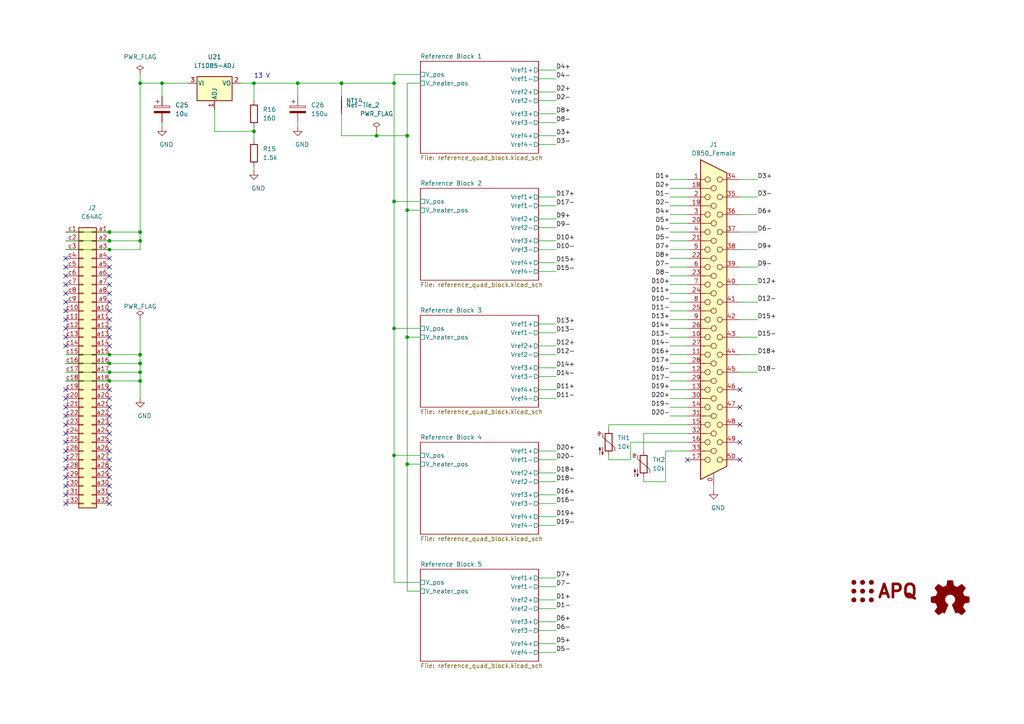
<source format=kicad_sch>
(kicad_sch (version 20231120) (generator "eeschema") (generator_version "8.0")
  (paper "A4")
  (title_block (title "LM399/ADR1399 Burnin Board") (date "2024-11-21") (rev "1.0.1") (company "TU Darmstadt, IAP, APQ") (comment 1 "Copyright (©) 2021, Patrick Baus <patrick.baus@physik.tu-darmstadt.de>") (comment 2 "Licensed under CERN OHL-W v2.0"))
  (lib_symbols
    (symbol "Connector:DIN41612_02x32_AC" (pin_names (offset 1.016) hide)
      (property "Reference" "J" (at 1.27 40.64 0))
      (property "Value" "DIN41612_02x32_AC" (at 1.27 -43.18 0))
      (symbol "DIN41612_02x32_AC_1_1"
        (rectangle (start -1.27 -40.513) (end 0 -40.767) (stroke (width 0.1524)))
        (rectangle (start -1.27 -37.973) (end 0 -38.227) (stroke (width 0.1524)))
        (rectangle (start -1.27 -35.433) (end 0 -35.687) (stroke (width 0.1524)))
        (rectangle (start -1.27 -32.893) (end 0 -33.147) (stroke (width 0.1524)))
        (rectangle (start -1.27 -30.353) (end 0 -30.607) (stroke (width 0.1524)))
        (rectangle (start -1.27 -27.813) (end 0 -28.067) (stroke (width 0.1524)))
        (rectangle (start -1.27 -25.273) (end 0 -25.527) (stroke (width 0.1524)))
        (rectangle (start -1.27 -22.733) (end 0 -22.987) (stroke (width 0.1524)))
        (rectangle (start -1.27 -20.193) (end 0 -20.447) (stroke (width 0.1524)))
        (rectangle (start -1.27 -17.653) (end 0 -17.907) (stroke (width 0.1524)))
        (rectangle (start -1.27 -15.113) (end 0 -15.367) (stroke (width 0.1524)))
        (rectangle (start -1.27 -12.573) (end 0 -12.827) (stroke (width 0.1524)))
        (rectangle (start -1.27 -10.033) (end 0 -10.287) (stroke (width 0.1524)))
        (rectangle (start -1.27 -7.493) (end 0 -7.747) (stroke (width 0.1524)))
        (rectangle (start -1.27 -4.953) (end 0 -5.207) (stroke (width 0.1524)))
        (rectangle (start -1.27 -2.413) (end 0 -2.667) (stroke (width 0.1524)))
        (rectangle (start -1.27 0.127) (end 0 -0.127) (stroke (width 0.1524)))
        (rectangle (start -1.27 2.667) (end 0 2.413) (stroke (width 0.1524)))
        (rectangle (start -1.27 5.207) (end 0 4.953) (stroke (width 0.1524)))
        (rectangle (start -1.27 7.747) (end 0 7.493) (stroke (width 0.1524)))
        (rectangle (start -1.27 10.287) (end 0 10.033) (stroke (width 0.1524)))
        (rectangle (start -1.27 12.827) (end 0 12.573) (stroke (width 0.1524)))
        (rectangle (start -1.27 15.367) (end 0 15.113) (stroke (width 0.1524)))
        (rectangle (start -1.27 17.907) (end 0 17.653) (stroke (width 0.1524)))
        (rectangle (start -1.27 20.447) (end 0 20.193) (stroke (width 0.1524)))
        (rectangle (start -1.27 22.987) (end 0 22.733) (stroke (width 0.1524)))
        (rectangle (start -1.27 25.527) (end 0 25.273) (stroke (width 0.1524)))
        (rectangle (start -1.27 28.067) (end 0 27.813) (stroke (width 0.1524)))
        (rectangle (start -1.27 30.607) (end 0 30.353) (stroke (width 0.1524)))
        (rectangle (start -1.27 33.147) (end 0 32.893) (stroke (width 0.1524)))
        (rectangle (start -1.27 35.687) (end 0 35.433) (stroke (width 0.1524)))
        (rectangle (start -1.27 38.227) (end 0 37.973) (stroke (width 0.1524)))
        (rectangle (start -1.27 39.37) (end 3.81 -41.91) (stroke (width 0.254)) (fill (type background)))
        (rectangle (start 3.81 -40.513) (end 2.54 -40.767) (stroke (width 0.1524)))
        (rectangle (start 3.81 -37.973) (end 2.54 -38.227) (stroke (width 0.1524)))
        (rectangle (start 3.81 -35.433) (end 2.54 -35.687) (stroke (width 0.1524)))
        (rectangle (start 3.81 -32.893) (end 2.54 -33.147) (stroke (width 0.1524)))
        (rectangle (start 3.81 -30.353) (end 2.54 -30.607) (stroke (width 0.1524)))
        (rectangle (start 3.81 -27.813) (end 2.54 -28.067) (stroke (width 0.1524)))
        (rectangle (start 3.81 -25.273) (end 2.54 -25.527) (stroke (width 0.1524)))
        (rectangle (start 3.81 -22.733) (end 2.54 -22.987) (stroke (width 0.1524)))
        (rectangle (start 3.81 -20.193) (end 2.54 -20.447) (stroke (width 0.1524)))
        (rectangle (start 3.81 -17.653) (end 2.54 -17.907) (stroke (width 0.1524)))
        (rectangle (start 3.81 -15.113) (end 2.54 -15.367) (stroke (width 0.1524)))
        (rectangle (start 3.81 -12.573) (end 2.54 -12.827) (stroke (width 0.1524)))
        (rectangle (start 3.81 -10.033) (end 2.54 -10.287) (stroke (width 0.1524)))
        (rectangle (start 3.81 -7.493) (end 2.54 -7.747) (stroke (width 0.1524)))
        (rectangle (start 3.81 -4.953) (end 2.54 -5.207) (stroke (width 0.1524)))
        (rectangle (start 3.81 -2.413) (end 2.54 -2.667) (stroke (width 0.1524)))
        (rectangle (start 3.81 0.127) (end 2.54 -0.127) (stroke (width 0.1524)))
        (rectangle (start 3.81 2.667) (end 2.54 2.413) (stroke (width 0.1524)))
        (rectangle (start 3.81 5.207) (end 2.54 4.953) (stroke (width 0.1524)))
        (rectangle (start 3.81 7.747) (end 2.54 7.493) (stroke (width 0.1524)))
        (rectangle (start 3.81 10.287) (end 2.54 10.033) (stroke (width 0.1524)))
        (rectangle (start 3.81 12.827) (end 2.54 12.573) (stroke (width 0.1524)))
        (rectangle (start 3.81 15.367) (end 2.54 15.113) (stroke (width 0.1524)))
        (rectangle (start 3.81 17.907) (end 2.54 17.653) (stroke (width 0.1524)))
        (rectangle (start 3.81 20.447) (end 2.54 20.193) (stroke (width 0.1524)))
        (rectangle (start 3.81 22.987) (end 2.54 22.733) (stroke (width 0.1524)))
        (rectangle (start 3.81 25.527) (end 2.54 25.273) (stroke (width 0.1524)))
        (rectangle (start 3.81 28.067) (end 2.54 27.813) (stroke (width 0.1524)))
        (rectangle (start 3.81 30.607) (end 2.54 30.353) (stroke (width 0.1524)))
        (rectangle (start 3.81 33.147) (end 2.54 32.893) (stroke (width 0.1524)))
        (rectangle (start 3.81 35.687) (end 2.54 35.433) (stroke (width 0.1524)))
        (rectangle (start 3.81 38.227) (end 2.54 37.973) (stroke (width 0.1524)))
        (pin passive line (at -5.08 38.1 0) (length 3.81) (name "Pin_a1") (number "a1"))
        (pin passive line (at -5.08 15.24 0) (length 3.81) (name "Pin_a10") (number "a10"))
        (pin passive line (at -5.08 12.7 0) (length 3.81) (name "Pin_a11") (number "a11"))
        (pin passive line (at -5.08 10.16 0) (length 3.81) (name "Pin_a12") (number "a12"))
        (pin passive line (at -5.08 7.62 0) (length 3.81) (name "Pin_a13") (number "a13"))
        (pin passive line (at -5.08 5.08 0) (length 3.81) (name "Pin_a14") (number "a14"))
        (pin passive line (at -5.08 2.54 0) (length 3.81) (name "Pin_a15") (number "a15"))
        (pin passive line (at -5.08 0 0) (length 3.81) (name "Pin_a16") (number "a16"))
        (pin passive line (at -5.08 -2.54 0) (length 3.81) (name "Pin_a17") (number "a17"))
        (pin passive line (at -5.08 -5.08 0) (length 3.81) (name "Pin_a18") (number "a18"))
        (pin passive line (at -5.08 -7.62 0) (length 3.81) (name "Pin_a19") (number "a19"))
        (pin passive line (at -5.08 35.56 0) (length 3.81) (name "Pin_a2") (number "a2"))
        (pin passive line (at -5.08 -10.16 0) (length 3.81) (name "Pin_a20") (number "a20"))
        (pin passive line (at -5.08 -12.7 0) (length 3.81) (name "Pin_a21") (number "a21"))
        (pin passive line (at -5.08 -15.24 0) (length 3.81) (name "Pin_a22") (number "a22"))
        (pin passive line (at -5.08 -17.78 0) (length 3.81) (name "Pin_a23") (number "a23"))
        (pin passive line (at -5.08 -20.32 0) (length 3.81) (name "Pin_a24") (number "a24"))
        (pin passive line (at -5.08 -22.86 0) (length 3.81) (name "Pin_a25") (number "a25"))
        (pin passive line (at -5.08 -25.4 0) (length 3.81) (name "Pin_a26") (number "a26"))
        (pin passive line (at -5.08 -27.94 0) (length 3.81) (name "Pin_a27") (number "a27"))
        (pin passive line (at -5.08 -30.48 0) (length 3.81) (name "Pin_a28") (number "a28"))
        (pin passive line (at -5.08 -33.02 0) (length 3.81) (name "Pin_a29") (number "a29"))
        (pin passive line (at -5.08 33.02 0) (length 3.81) (name "Pin_a3") (number "a3"))
        (pin passive line (at -5.08 -35.56 0) (length 3.81) (name "Pin_a30") (number "a30"))
        (pin passive line (at -5.08 -38.1 0) (length 3.81) (name "Pin_a31") (number "a31"))
        (pin passive line (at -5.08 -40.64 0) (length 3.81) (name "Pin_a32") (number "a32"))
        (pin passive line (at -5.08 30.48 0) (length 3.81) (name "Pin_a4") (number "a4"))
        (pin passive line (at -5.08 27.94 0) (length 3.81) (name "Pin_a5") (number "a5"))
        (pin passive line (at -5.08 25.4 0) (length 3.81) (name "Pin_a6") (number "a6"))
        (pin passive line (at -5.08 22.86 0) (length 3.81) (name "Pin_a7") (number "a7"))
        (pin passive line (at -5.08 20.32 0) (length 3.81) (name "Pin_a8") (number "a8"))
        (pin passive line (at -5.08 17.78 0) (length 3.81) (name "Pin_a9") (number "a9"))
        (pin passive line (at 7.62 38.1 180) (length 3.81) (name "Pin_c1") (number "c1"))
        (pin passive line (at 7.62 15.24 180) (length 3.81) (name "Pin_c10") (number "c10"))
        (pin passive line (at 7.62 12.7 180) (length 3.81) (name "Pin_c11") (number "c11"))
        (pin passive line (at 7.62 10.16 180) (length 3.81) (name "Pin_c12") (number "c12"))
        (pin passive line (at 7.62 7.62 180) (length 3.81) (name "Pin_c13") (number "c13"))
        (pin passive line (at 7.62 5.08 180) (length 3.81) (name "Pin_c14") (number "c14"))
        (pin passive line (at 7.62 2.54 180) (length 3.81) (name "Pin_c15") (number "c15"))
        (pin passive line (at 7.62 0 180) (length 3.81) (name "Pin_c16") (number "c16"))
        (pin passive line (at 7.62 -2.54 180) (length 3.81) (name "Pin_c17") (number "c17"))
        (pin passive line (at 7.62 -5.08 180) (length 3.81) (name "Pin_c18") (number "c18"))
        (pin passive line (at 7.62 -7.62 180) (length 3.81) (name "Pin_c19") (number "c19"))
        (pin passive line (at 7.62 35.56 180) (length 3.81) (name "Pin_c2") (number "c2"))
        (pin passive line (at 7.62 -10.16 180) (length 3.81) (name "Pin_c20") (number "c20"))
        (pin passive line (at 7.62 -12.7 180) (length 3.81) (name "Pin_c21") (number "c21"))
        (pin passive line (at 7.62 -15.24 180) (length 3.81) (name "Pin_c22") (number "c22"))
        (pin passive line (at 7.62 -17.78 180) (length 3.81) (name "Pin_c23") (number "c23"))
        (pin passive line (at 7.62 -20.32 180) (length 3.81) (name "Pin_c24") (number "c24"))
        (pin passive line (at 7.62 -22.86 180) (length 3.81) (name "Pin_c25") (number "c25"))
        (pin passive line (at 7.62 -25.4 180) (length 3.81) (name "Pin_c26") (number "c26"))
        (pin passive line (at 7.62 -27.94 180) (length 3.81) (name "Pin_c27") (number "c27"))
        (pin passive line (at 7.62 -30.48 180) (length 3.81) (name "Pin_c28") (number "c28"))
        (pin passive line (at 7.62 -33.02 180) (length 3.81) (name "Pin_c29") (number "c29"))
        (pin passive line (at 7.62 33.02 180) (length 3.81) (name "Pin_c3") (number "c3"))
        (pin passive line (at 7.62 -35.56 180) (length 3.81) (name "Pin_c30") (number "c30"))
        (pin passive line (at 7.62 -38.1 180) (length 3.81) (name "Pin_c31") (number "c31"))
        (pin passive line (at 7.62 -40.64 180) (length 3.81) (name "Pin_c32") (number "c32"))
        (pin passive line (at 7.62 30.48 180) (length 3.81) (name "Pin_c4") (number "c4"))
        (pin passive line (at 7.62 27.94 180) (length 3.81) (name "Pin_c5") (number "c5"))
        (pin passive line (at 7.62 25.4 180) (length 3.81) (name "Pin_c6") (number "c6"))
        (pin passive line (at 7.62 22.86 180) (length 3.81) (name "Pin_c7") (number "c7"))
        (pin passive line (at 7.62 20.32 180) (length 3.81) (name "Pin_c8") (number "c8"))
        (pin passive line (at 7.62 17.78 180) (length 3.81) (name "Pin_c9") (number "c9"))
      )
    )
    (symbol "Connector_Dsub:DB50_Receptacle_MountingHoles" (pin_names (offset 1.016) hide)
      (property "Reference" "J" (at 0 50.165 0))
      (property "Value" "DB50_Receptacle_MountingHoles" (at 0 47.625 0))
      (symbol "DB50_Receptacle_MountingHoles_0_1"
        (polyline (pts (xy -3.175 12.7) (xy -0.762 12.7)))
        (polyline (pts (xy -0.762 -2.54) (xy -3.175 -2.54)))
        (polyline (pts (xy -0.762 2.54) (xy -3.175 2.54)))
        (polyline (pts (xy -0.762 7.62) (xy -3.175 7.62)))
        (polyline (pts (xy -0.762 22.86) (xy -3.175 22.86)))
        (polyline (pts (xy -3.81 46.355) (xy -3.81 -46.355) (xy 3.81 -42.545) (xy 3.81 42.545) (xy -3.81 46.355)) (stroke (width 0.254)) (fill (type background)))
      )
      (symbol "DB50_Receptacle_MountingHoles_1_1"
        (circle (center -1.778 -40.64) (radius 0.762))
        (circle (center -1.778 -35.56) (radius 0.762))
        (circle (center -1.778 -30.48) (radius 0.762))
        (circle (center -1.778 -25.4) (radius 0.762))
        (circle (center -1.778 -20.32) (radius 0.762))
        (circle (center -1.778 -15.24) (radius 0.762))
        (circle (center -1.778 -10.16) (radius 0.762))
        (circle (center -1.778 -5.08) (radius 0.762))
        (circle (center -1.778 0) (radius 0.762))
        (circle (center -1.778 5.08) (radius 0.762))
        (circle (center -1.778 10.16) (radius 0.762))
        (circle (center -1.778 15.24) (radius 0.762))
        (circle (center -1.778 20.32) (radius 0.762))
        (circle (center -1.778 25.4) (radius 0.762))
        (circle (center -1.778 30.48) (radius 0.762))
        (circle (center -1.778 35.56) (radius 0.762))
        (circle (center -1.778 40.64) (radius 0.762))
        (circle (center 0 -38.1) (radius 0.762))
        (circle (center 0 -33.02) (radius 0.762))
        (circle (center 0 -27.94) (radius 0.762))
        (circle (center 0 -22.86) (radius 0.762))
        (circle (center 0 -17.78) (radius 0.762))
        (circle (center 0 -12.7) (radius 0.762))
        (circle (center 0 -7.62) (radius 0.762))
        (circle (center 0 -2.54) (radius 0.762))
        (polyline (pts (xy -3.175 17.78) (xy -0.762 17.78)))
        (polyline (pts (xy -0.762 -38.1) (xy -3.175 -38.1)))
        (polyline (pts (xy -0.762 -33.02) (xy -3.175 -33.02)))
        (polyline (pts (xy -0.762 -27.94) (xy -3.175 -27.94)))
        (polyline (pts (xy -0.762 -22.86) (xy -3.175 -22.86)))
        (polyline (pts (xy -0.762 -17.78) (xy -3.175 -17.78)))
        (polyline (pts (xy -0.762 -12.7) (xy -3.175 -12.7)))
        (polyline (pts (xy -0.762 -7.62) (xy -3.175 -7.62)))
        (polyline (pts (xy -0.762 27.94) (xy -3.175 27.94)))
        (polyline (pts (xy -0.762 33.02) (xy -3.175 33.02)))
        (polyline (pts (xy -0.762 38.1) (xy -3.175 38.1)))
        (circle (center 0 2.54) (radius 0.762))
        (circle (center 0 7.62) (radius 0.762))
        (circle (center 0 12.7) (radius 0.762))
        (circle (center 0 17.78) (radius 0.762))
        (circle (center 0 22.86) (radius 0.762))
        (circle (center 0 27.94) (radius 0.762))
        (circle (center 0 33.02) (radius 0.762))
        (circle (center 0 38.1) (radius 0.762))
        (circle (center 1.778 -40.64) (radius 0.762))
        (circle (center 1.778 -35.56) (radius 0.762))
        (circle (center 1.778 -30.48) (radius 0.762))
        (circle (center 1.778 -25.4) (radius 0.762))
        (circle (center 1.778 -20.32) (radius 0.762))
        (circle (center 1.778 -15.24) (radius 0.762))
        (circle (center 1.778 -10.16) (radius 0.762))
        (circle (center 1.778 -5.08) (radius 0.762))
        (circle (center 1.778 0) (radius 0.762))
        (circle (center 1.778 5.08) (radius 0.762))
        (circle (center 1.778 10.16) (radius 0.762))
        (circle (center 1.778 15.24) (radius 0.762))
        (circle (center 1.778 20.32) (radius 0.762))
        (circle (center 1.778 25.4) (radius 0.762))
        (circle (center 1.778 30.48) (radius 0.762))
        (circle (center 1.778 35.56) (radius 0.762))
        (circle (center 1.778 40.64) (radius 0.762))
        (pin passive line (at 0 -48.26 90) (length 3.81) (name "PAD") (number "0"))
        (pin passive line (at -7.62 40.64 0) (length 5.08) (name "~") (number "1"))
        (pin passive line (at -7.62 -5.08 0) (length 5.08) (name "~") (number "10"))
        (pin passive line (at -7.62 -10.16 0) (length 5.08) (name "~") (number "11"))
        (pin passive line (at -7.62 -15.24 0) (length 5.08) (name "~") (number "12"))
        (pin passive line (at -7.62 -20.32 0) (length 5.08) (name "~") (number "13"))
        (pin passive line (at -7.62 -25.4 0) (length 5.08) (name "~") (number "14"))
        (pin passive line (at -7.62 -30.48 0) (length 5.08) (name "~") (number "15"))
        (pin passive line (at -7.62 -35.56 0) (length 5.08) (name "~") (number "16"))
        (pin passive line (at -7.62 -40.64 0) (length 5.08) (name "~") (number "17"))
        (pin passive line (at -7.62 38.1 0) (length 5.08) (name "~") (number "18"))
        (pin passive line (at -7.62 33.02 0) (length 5.08) (name "~") (number "19"))
        (pin passive line (at -7.62 35.56 0) (length 5.08) (name "~") (number "2"))
        (pin passive line (at -7.62 27.94 0) (length 5.08) (name "~") (number "20"))
        (pin passive line (at -7.62 22.86 0) (length 5.08) (name "~") (number "21"))
        (pin passive line (at -7.62 17.78 0) (length 5.08) (name "~") (number "22"))
        (pin passive line (at -7.62 12.7 0) (length 5.08) (name "~") (number "23"))
        (pin passive line (at -7.62 7.62 0) (length 5.08) (name "~") (number "24"))
        (pin passive line (at -7.62 2.54 0) (length 5.08) (name "~") (number "25"))
        (pin passive line (at -7.62 -2.54 0) (length 5.08) (name "~") (number "26"))
        (pin passive line (at -7.62 -7.62 0) (length 5.08) (name "~") (number "27"))
        (pin passive line (at -7.62 -12.7 0) (length 5.08) (name "~") (number "28"))
        (pin passive line (at -7.62 -17.78 0) (length 5.08) (name "~") (number "29"))
        (pin passive line (at -7.62 30.48 0) (length 5.08) (name "~") (number "3"))
        (pin passive line (at -7.62 -22.86 0) (length 5.08) (name "~") (number "30"))
        (pin passive line (at -7.62 -27.94 0) (length 5.08) (name "~") (number "31"))
        (pin passive line (at -7.62 -33.02 0) (length 5.08) (name "~") (number "32"))
        (pin passive line (at -7.62 -38.1 0) (length 5.08) (name "~") (number "33"))
        (pin passive line (at 7.62 40.64 180) (length 5.08) (name "~") (number "34"))
        (pin passive line (at 7.62 35.56 180) (length 5.08) (name "~") (number "35"))
        (pin passive line (at 7.62 30.48 180) (length 5.08) (name "~") (number "36"))
        (pin passive line (at 7.62 25.4 180) (length 5.08) (name "~") (number "37"))
        (pin passive line (at 7.62 20.32 180) (length 5.08) (name "~") (number "38"))
        (pin passive line (at 7.62 15.24 180) (length 5.08) (name "~") (number "39"))
        (pin passive line (at -7.62 25.4 0) (length 5.08) (name "~") (number "4"))
        (pin passive line (at 7.62 10.16 180) (length 5.08) (name "~") (number "40"))
        (pin passive line (at 7.62 5.08 180) (length 5.08) (name "~") (number "41"))
        (pin passive line (at 7.62 0 180) (length 5.08) (name "~") (number "42"))
        (pin passive line (at 7.62 -5.08 180) (length 5.08) (name "~") (number "43"))
        (pin passive line (at 7.62 -10.16 180) (length 5.08) (name "~") (number "44"))
        (pin passive line (at 7.62 -15.24 180) (length 5.08) (name "~") (number "45"))
        (pin passive line (at 7.62 -20.32 180) (length 5.08) (name "~") (number "46"))
        (pin passive line (at 7.62 -25.4 180) (length 5.08) (name "~") (number "47"))
        (pin passive line (at 7.62 -30.48 180) (length 5.08) (name "~") (number "48"))
        (pin passive line (at 7.62 -35.56 180) (length 5.08) (name "~") (number "49"))
        (pin passive line (at -7.62 20.32 0) (length 5.08) (name "~") (number "5"))
        (pin passive line (at 7.62 -40.64 180) (length 5.08) (name "~") (number "50"))
        (pin passive line (at -7.62 15.24 0) (length 5.08) (name "~") (number "6"))
        (pin passive line (at -7.62 10.16 0) (length 5.08) (name "~") (number "7"))
        (pin passive line (at -7.62 5.08 0) (length 5.08) (name "~") (number "8"))
        (pin passive line (at -7.62 0 0) (length 5.08) (name "~") (number "9"))
      )
    )
    (symbol "Custom_logos:Logo_APQ" (pin_names (offset 1.016)) (in_bom no)
      (symbol "Logo_APQ_0_0"
        (text "APQ" (at 3.81 0 0) (effects (font (size 3.81 3.81) (bold yes))))
      )
      (symbol "Logo_APQ_0_1"
        (circle (center -8.89 0) (radius 0.635) (fill (type outline)))
        (circle (center -8.89 2.54) (radius 0.635) (fill (type outline)))
        (circle (center -6.35 0) (radius 0.635) (fill (type outline)))
        (circle (center -6.35 2.54) (radius 0.635) (fill (type outline)))
        (circle (center -3.81 2.54) (radius 0.635) (fill (type outline)))
      )
      (symbol "Logo_APQ_1_1"
        (circle (center -8.89 -2.54) (radius 0.635) (fill (type outline)))
        (circle (center -6.35 -2.54) (radius 0.635) (fill (type outline)))
        (circle (center -3.81 -2.54) (radius 0.635) (fill (type outline)))
        (circle (center -3.81 0) (radius 0.635) (fill (type outline)))
      )
    )
    (symbol "Device:C_Polarized" (pin_numbers hide) (pin_names (offset 0.254))
      (property "Reference" "C" (at 0.635 2.54 0))
      (property "Value" "C_Polarized" (at 0.635 -2.54 0))
      (symbol "C_Polarized_0_1"
        (rectangle (start -2.286 0.508) (end 2.286 1.016))
        (polyline (pts (xy -1.778 2.286) (xy -0.762 2.286)))
        (polyline (pts (xy -1.27 2.794) (xy -1.27 1.778)))
        (rectangle (start 2.286 -0.508) (end -2.286 -1.016) (fill (type outline)))
      )
      (symbol "C_Polarized_1_1"
        (pin passive line (at 0 3.81 270) (length 2.794) (name "~") (number "1"))
        (pin passive line (at 0 -3.81 90) (length 2.794) (name "~") (number "2"))
      )
    )
    (symbol "Device:NetTie_2" (pin_numbers hide) (pin_names (offset 0) hide) (in_bom no)
      (property "Reference" "NT" (at 0 1.27 0))
      (property "Value" "NetTie_2" (at 0 -1.27 0))
      (symbol "NetTie_2_0_1"
        (polyline (pts (xy -1.27 0) (xy 1.27 0)) (stroke (width 0.254)))
      )
      (symbol "NetTie_2_1_1"
        (pin passive line (at -2.54 0 0) (length 2.54) (name "1") (number "1"))
        (pin passive line (at 2.54 0 180) (length 2.54) (name "2") (number "2"))
      )
    )
    (symbol "Device:R" (pin_numbers hide) (pin_names (offset 0))
      (property "Reference" "R" (at 2.032 0 90))
      (property "Value" "R" (at 0 0 90))
      (symbol "R_0_1"
        (rectangle (start -1.016 -2.54) (end 1.016 2.54) (stroke (width 0.254)))
      )
      (symbol "R_1_1"
        (pin passive line (at 0 3.81 270) (length 1.27) (name "~") (number "1"))
        (pin passive line (at 0 -3.81 90) (length 1.27) (name "~") (number "2"))
      )
    )
    (symbol "Device:Thermistor_NTC" (pin_numbers hide) (pin_names (offset 0))
      (property "Reference" "TH" (at -4.445 0 90))
      (property "Value" "Thermistor_NTC" (at 3.175 0 90))
      (symbol "Thermistor_NTC_0_1"
        (arc (start -3.048 2.159) (mid -3.0495 2.3143) (end -3.175 2.413))
        (arc (start -3.048 2.159) (mid -2.9736 1.9794) (end -2.794 1.905))
        (arc (start -3.048 2.794) (mid -2.9736 2.6144) (end -2.794 2.54))
        (arc (start -2.794 1.905) (mid -2.6144 1.9794) (end -2.54 2.159))
        (arc (start -2.794 2.54) (mid -2.4393 2.5587) (end -2.159 2.794))
        (arc (start -2.794 3.048) (mid -2.9736 2.9736) (end -3.048 2.794))
        (arc (start -2.54 2.794) (mid -2.6144 2.9736) (end -2.794 3.048))
        (rectangle (start -1.016 2.54) (end 1.016 -2.54) (stroke (width 0.254)))
        (polyline (pts (xy -2.54 2.159) (xy -2.54 2.794)))
        (polyline (pts (xy -1.778 2.54) (xy -1.778 1.524) (xy 1.778 -1.524) (xy 1.778 -2.54)))
        (polyline (pts (xy -2.54 -3.683) (xy -2.54 -1.397) (xy -2.794 -2.159) (xy -2.286 -2.159) (xy -2.54 -1.397) (xy -2.54 -1.651)) (fill (type outline)))
        (polyline (pts (xy -1.778 -1.397) (xy -1.778 -3.683) (xy -2.032 -2.921) (xy -1.524 -2.921) (xy -1.778 -3.683) (xy -1.778 -3.429)) (fill (type outline)))
      )
      (symbol "Thermistor_NTC_1_1"
        (pin passive line (at 0 3.81 270) (length 1.27) (name "~") (number "1"))
        (pin passive line (at 0 -3.81 90) (length 1.27) (name "~") (number "2"))
      )
    )
    (symbol "Graphic:Logo_Open_Hardware_Small" (in_bom no) (on_board no)
      (symbol "Logo_Open_Hardware_Small_0_1"
        (polyline (pts (xy 3.3528 -4.3434) (xy 3.302 -4.318) (xy 3.175 -4.2418) (xy 2.9972 -4.1148) (xy 2.7686 -3.9624) (xy 2.54 -3.81) (xy 2.3622 -3.7084) (xy 2.2352 -3.6068) (xy 2.1844 -3.5814) (xy 2.159 -3.6068) (xy 2.0574 -3.6576) (xy 1.905 -3.7338) (xy 1.8034 -3.7846) (xy 1.6764 -3.8354) (xy 1.6002 -3.8354) (xy 1.6002 -3.8354) (xy 1.5494 -3.7338) (xy 1.4732 -3.5306) (xy 1.3462 -3.302) (xy 1.2446 -3.0226) (xy 1.1176 -2.7178) (xy 0.9652 -2.413) (xy 0.8636 -2.1082) (xy 0.7366 -1.8288) (xy 0.6604 -1.6256) (xy 0.6096 -1.4732) (xy 0.5842 -1.397) (xy 0.5842 -1.397) (xy 0.6604 -1.3208) (xy 0.7874 -1.2446) (xy 1.0414 -1.016) (xy 1.2954 -0.6858) (xy 1.4478 -0.3302) (xy 1.524 0.0762) (xy 1.4732 0.4572) (xy 1.3208 0.8128) (xy 1.0668 1.143) (xy 0.762 1.3716) (xy 0.4064 1.524) (xy 0 1.5748) (xy -0.381 1.5494) (xy -0.7366 1.397) (xy -1.0668 1.143) (xy -1.2192 0.9906) (xy -1.397 0.6604) (xy -1.524 0.3048) (xy -1.524 0.2286) (xy -1.4986 -0.1778) (xy -1.397 -0.5334) (xy -1.1938 -0.8636) (xy -0.9144 -1.143) (xy -0.8636 -1.1684) (xy -0.7366 -1.27) (xy -0.635 -1.3462) (xy -0.5842 -1.397) (xy -1.0668 -2.5908) (xy -1.143 -2.794) (xy -1.2954 -3.1242) (xy -1.397 -3.4036) (xy -1.4986 -3.6322) (xy -1.5748 -3.7846) (xy -1.6002 -3.8354) (xy -1.6002 -3.8354) (xy -1.651 -3.8354) (xy -1.7272 -3.81) (xy -1.905 -3.7338) (xy -2.0066 -3.683) (xy -2.1336 -3.6068) (xy -2.2098 -3.5814) (xy -2.2606 -3.6068) (xy -2.3622 -3.683) (xy -2.54 -3.81) (xy -2.7686 -3.9624) (xy -2.9718 -4.0894) (xy -3.1496 -4.2164) (xy -3.302 -4.318) (xy -3.3528 -4.3434) (xy -3.3782 -4.3434) (xy -3.429 -4.318) (xy -3.5306 -4.2164) (xy -3.7084 -4.064) (xy -3.937 -3.8354) (xy -3.9624 -3.81) (xy -4.1656 -3.6068) (xy -4.318 -3.4544) (xy -4.4196 -3.3274) (xy -4.445 -3.2766) (xy -4.445 -3.2766) (xy -4.4196 -3.2258) (xy -4.318 -3.0734) (xy -4.2164 -2.8956) (xy -4.064 -2.667) (xy -3.6576 -2.0828) (xy -3.8862 -1.5494) (xy -3.937 -1.3716) (xy -4.0386 -1.1684) (xy -4.0894 -1.0414) (xy -4.1148 -0.9652) (xy -4.191 -0.9398) (xy -4.318 -0.9144) (xy -4.5466 -0.8636) (xy -4.8006 -0.8128) (xy -5.0546 -0.7874) (xy -5.2578 -0.7366) (xy -5.4356 -0.7112) (xy -5.5118 -0.6858) (xy -5.5118 -0.6858) (xy -5.5372 -0.635) (xy -5.5372 -0.5588) (xy -5.5372 -0.4318) (xy -5.5626 -0.2286) (xy -5.5626 0.0762) (xy -5.5626 0.127) (xy -5.5372 0.4064) (xy -5.5372 0.635) (xy -5.5372 0.762) (xy -5.5372 0.8382) (xy -5.5372 0.8382) (xy -5.461 0.8382) (xy -5.3086 0.889) (xy -5.08 0.9144) (xy -4.826 0.9652) (xy -4.8006 0.9906) (xy -4.5466 1.0414) (xy -4.318 1.0668) (xy -4.1656 1.1176) (xy -4.0894 1.143) (xy -4.0894 1.143) (xy -4.0386 1.2446) (xy -3.9624 1.4224) (xy -3.8608 1.6256) (xy -3.7846 1.8288) (xy -3.7084 2.0066) (xy -3.6576 2.159) (xy -3.6322 2.2098) (xy -3.6322 2.2098) (xy -3.683 2.286) (xy -3.7592 2.413) (xy -3.8862 2.5908) (xy -4.064 2.8194) (xy -4.064 2.8448) (xy -4.2164 3.0734) (xy -4.3434 3.2512) (xy -4.4196 3.3782) (xy -4.445 3.4544) (xy -4.445 3.4544) (xy -4.3942 3.5052) (xy -4.2926 3.6322) (xy -4.1148 3.81) (xy -3.937 4.0132) (xy -3.8608 4.064) (xy -3.6576 4.2926) (xy -3.5052 4.4196) (xy -3.4036 4.4958) (xy -3.3528 4.5212) (xy -3.3528 4.5212) (xy -3.302 4.4704) (xy -3.1496 4.3688) (xy -2.9718 4.2418) (xy -2.7432 4.0894) (xy -2.7178 4.0894) (xy -2.4892 3.937) (xy -2.3114 3.81) (xy -2.1844 3.7084) (xy -2.1336 3.683) (xy -2.1082 3.683) (xy -2.032 3.7084) (xy -1.8542 3.7592) (xy -1.6764 3.8354) (xy -1.4732 3.937) (xy -1.27 4.0132) (xy -1.143 4.064) (xy -1.0668 4.1148) (xy -1.0668 4.1148) (xy -1.0414 4.191) (xy -1.016 4.3434) (xy -0.9652 4.572) (xy -0.9144 4.8514) (xy -0.889 4.9022) (xy -0.8382 5.1562) (xy -0.8128 5.3848) (xy -0.7874 5.5372) (xy -0.762 5.588) (xy -0.7112 5.6134) (xy -0.5842 5.6134) (xy -0.4064 5.6134) (xy -0.1524 5.6134) (xy 0.0762 5.6134) (xy 0.3302 5.6134) (xy 0.5334 5.6134) (xy 0.6858 5.588) (xy 0.7366 5.588) (xy 0.7366 5.588) (xy 0.762 5.5118) (xy 0.8128 5.334) (xy 0.8382 5.1054) (xy 0.9144 4.826) (xy 0.9144 4.7752) (xy 0.9652 4.5212) (xy 1.016 4.2926) (xy 1.0414 4.1402) (xy 1.0668 4.0894) (xy 1.0668 4.0894) (xy 1.1938 4.0386) (xy 1.3716 3.9624) (xy 1.5748 3.8608) (xy 2.0828 3.6576) (xy 2.7178 4.0894) (xy 2.7686 4.1402) (xy 2.9972 4.2926) (xy 3.175 4.4196) (xy 3.302 4.4958) (xy 3.3782 4.5212) (xy 3.3782 4.5212) (xy 3.429 4.4704) (xy 3.556 4.3434) (xy 3.7338 4.191) (xy 3.9116 3.9878) (xy 4.064 3.8354) (xy 4.2418 3.6576) (xy 4.3434 3.556) (xy 4.4196 3.4798) (xy 4.4196 3.429) (xy 4.4196 3.4036) (xy 4.3942 3.3274) (xy 4.2926 3.2004) (xy 4.1656 2.9972) (xy 4.0132 2.794) (xy 3.8862 2.5908) (xy 3.7592 2.3876) (xy 3.6576 2.2352) (xy 3.6322 2.159) (xy 3.6322 2.1336) (xy 3.683 2.0066) (xy 3.7592 1.8288) (xy 3.8608 1.6002) (xy 4.064 1.1176) (xy 4.3942 1.0414) (xy 4.5974 1.016) (xy 4.8768 0.9652) (xy 5.1308 0.9144) (xy 5.5372 0.8382) (xy 5.5626 -0.6604) (xy 5.4864 -0.6858) (xy 5.4356 -0.6858) (xy 5.2832 -0.7366) (xy 5.0546 -0.762) (xy 4.8006 -0.8128) (xy 4.5974 -0.8636) (xy 4.3688 -0.9144) (xy 4.2164 -0.9398) (xy 4.1402 -0.9398) (xy 4.1148 -0.9652) (xy 4.064 -1.0668) (xy 3.9878 -1.2446) (xy 3.9116 -1.4478) (xy 3.81 -1.651) (xy 3.7338 -1.8542) (xy 3.683 -2.0066) (xy 3.6576 -2.0828) (xy 3.683 -2.1336) (xy 3.7846 -2.2606) (xy 3.8862 -2.4638) (xy 4.0386 -2.667) (xy 4.191 -2.8956) (xy 4.318 -3.0734) (xy 4.3942 -3.2004) (xy 4.445 -3.2766) (xy 4.4196 -3.3274) (xy 4.3434 -3.429) (xy 4.1656 -3.5814) (xy 3.937 -3.8354) (xy 3.8862 -3.8608) (xy 3.683 -4.064) (xy 3.5306 -4.2164) (xy 3.4036 -4.318) (xy 3.3528 -4.3434)) (fill (type outline)))
      )
    )
    (symbol "Regulator_Linear:LT1085-ADJ" (pin_names (offset 0.254))
      (property "Reference" "U" (at -3.81 3.175 0))
      (property "Value" "LT1085-ADJ" (at 0 3.175 0))
      (symbol "LT1085-ADJ_0_1"
        (rectangle (start -5.08 1.905) (end 5.08 -5.08) (stroke (width 0.254)) (fill (type background)))
      )
      (symbol "LT1085-ADJ_1_1"
        (pin input line (at 0 -7.62 90) (length 2.54) (name "ADJ") (number "1"))
        (pin power_out line (at 7.62 0 180) (length 2.54) (name "VO") (number "2"))
        (pin power_in line (at -7.62 0 0) (length 2.54) (name "VI") (number "3"))
      )
    )
    (symbol "power:GND" (power) (pin_numbers hide) (pin_names (offset 0) hide)
      (property "Value" "GND" (at 0 -3.81 0))
      (symbol "GND_0_1"
        (polyline (pts (xy 0 0) (xy 0 -1.27) (xy 1.27 -1.27) (xy 0 -2.54) (xy -1.27 -1.27) (xy 0 -1.27)))
      )
      (symbol "GND_1_1"
        (pin power_in line (at 0 0 270) (length 0) (name "~") (number "1"))
      )
    )
    (symbol "power:PWR_FLAG" (power) (pin_numbers hide) (pin_names (offset 0) hide)
      (property "Value" "PWR_FLAG" (at 0 3.81 0))
      (symbol "PWR_FLAG_0_0"
        (pin power_out line (at 0 0 90) (length 0) (name "~") (number "1"))
      )
      (symbol "PWR_FLAG_0_1"
        (polyline (pts (xy 0 0) (xy 0 1.27) (xy -1.016 1.905) (xy 0 2.54) (xy 1.016 1.905) (xy 0 1.27)))
      )
    )
  )
  (junction (at 40.64 110.49))
  (junction (at 40.64 69.85))
  (junction (at 118.11 39.37))
  (junction (at 31.75 105.41))
  (junction (at 31.75 110.49))
  (junction (at 31.75 69.85))
  (junction (at 114.3 95.25))
  (junction (at 73.66 38.1))
  (junction (at 46.99 24.13))
  (junction (at 31.75 67.31))
  (junction (at 31.75 72.39))
  (junction (at 114.3 132.08))
  (junction (at 114.3 58.42))
  (junction (at 109.22 39.37))
  (junction (at 114.3 24.13))
  (junction (at 118.11 134.62))
  (junction (at 40.64 67.31))
  (junction (at 118.11 60.96))
  (junction (at 99.06 24.13))
  (junction (at 31.75 102.87))
  (junction (at 40.64 105.41))
  (junction (at 118.11 97.79))
  (junction (at 31.75 107.95))
  (junction (at 73.66 24.13))
  (junction (at 40.64 107.95))
  (junction (at 40.64 102.87))
  (junction (at 86.36 24.13))
  (junction (at 40.64 24.13))
  (no_connect (at 19.05 82.55))
  (no_connect (at 19.05 90.17))
  (no_connect (at 19.05 133.35))
  (no_connect (at 19.05 130.81))
  (no_connect (at 31.75 92.71))
  (no_connect (at 19.05 123.19))
  (no_connect (at 31.75 133.35))
  (no_connect (at 31.75 82.55))
  (no_connect (at 31.75 140.97))
  (no_connect (at 31.75 115.57))
  (no_connect (at 19.05 77.47))
  (no_connect (at 31.75 97.79))
  (no_connect (at 31.75 80.01))
  (no_connect (at 19.05 118.11))
  (no_connect (at 19.05 113.03))
  (no_connect (at 31.75 143.51))
  (no_connect (at 31.75 128.27))
  (no_connect (at 31.75 130.81))
  (no_connect (at 31.75 120.65))
  (no_connect (at 31.75 146.05))
  (no_connect (at 19.05 95.25))
  (no_connect (at 19.05 100.33))
  (no_connect (at 31.75 77.47))
  (no_connect (at 19.05 74.93))
  (no_connect (at 214.63 123.19))
  (no_connect (at 199.39 133.35))
  (no_connect (at 19.05 115.57))
  (no_connect (at 31.75 135.89))
  (no_connect (at 19.05 138.43))
  (no_connect (at 19.05 80.01))
  (no_connect (at 19.05 120.65))
  (no_connect (at 31.75 123.19))
  (no_connect (at 31.75 113.03))
  (no_connect (at 19.05 125.73))
  (no_connect (at 214.63 113.03))
  (no_connect (at 19.05 140.97))
  (no_connect (at 19.05 97.79))
  (no_connect (at 214.63 133.35))
  (no_connect (at 19.05 92.71))
  (no_connect (at 214.63 128.27))
  (no_connect (at 19.05 135.89))
  (no_connect (at 31.75 74.93))
  (no_connect (at 31.75 138.43))
  (no_connect (at 19.05 128.27))
  (no_connect (at 214.63 118.11))
  (no_connect (at 19.05 85.09))
  (no_connect (at 19.05 87.63))
  (no_connect (at 31.75 90.17))
  (no_connect (at 31.75 118.11))
  (no_connect (at 19.05 143.51))
  (no_connect (at 31.75 85.09))
  (no_connect (at 19.05 146.05))
  (no_connect (at 31.75 95.25))
  (no_connect (at 31.75 125.73))
  (no_connect (at 31.75 87.63))
  (no_connect (at 31.75 100.33))
  (wire (pts (xy 118.11 134.62) (xy 118.11 171.45)))
  (wire (pts (xy 156.21 96.52) (xy 161.29 96.52)))
  (wire (pts (xy 199.39 87.63) (xy 194.31 87.63)))
  (wire (pts (xy 40.64 24.13) (xy 40.64 67.31)))
  (wire (pts (xy 186.69 139.7) (xy 193.04 139.7)))
  (wire (pts (xy 118.11 97.79) (xy 118.11 134.62)))
  (wire (pts (xy 199.39 107.95) (xy 194.31 107.95)))
  (wire (pts (xy 156.21 149.86) (xy 161.29 149.86)))
  (wire (pts (xy 156.21 33.02) (xy 161.29 33.02)))
  (wire (pts (xy 199.39 77.47) (xy 194.31 77.47)))
  (wire (pts (xy 19.05 107.95) (xy 31.75 107.95)))
  (wire (pts (xy 156.21 182.88) (xy 161.29 182.88)))
  (wire (pts (xy 19.05 69.85) (xy 31.75 69.85)))
  (wire (pts (xy 199.39 100.33) (xy 194.31 100.33)))
  (wire (pts (xy 214.63 72.39) (xy 219.71 72.39)))
  (wire (pts (xy 19.05 102.87) (xy 31.75 102.87)))
  (wire (pts (xy 156.21 180.34) (xy 161.29 180.34)))
  (wire (pts (xy 186.69 125.73) (xy 186.69 130.81)))
  (wire (pts (xy 118.11 134.62) (xy 121.92 134.62)))
  (wire (pts (xy 114.3 58.42) (xy 114.3 95.25)))
  (wire (pts (xy 114.3 132.08) (xy 114.3 168.91)))
  (wire (pts (xy 40.64 107.95) (xy 40.64 110.49)))
  (wire (pts (xy 109.22 38.1) (xy 109.22 39.37)))
  (wire (pts (xy 156.21 139.7) (xy 161.29 139.7)))
  (wire (pts (xy 31.75 72.39) (xy 40.64 72.39)))
  (wire (pts (xy 199.39 69.85) (xy 194.31 69.85)))
  (wire (pts (xy 99.06 39.37) (xy 109.22 39.37)))
  (wire (pts (xy 156.21 35.56) (xy 161.29 35.56)))
  (wire (pts (xy 118.11 97.79) (xy 121.92 97.79)))
  (wire (pts (xy 199.39 92.71) (xy 194.31 92.71)))
  (wire (pts (xy 156.21 102.87) (xy 161.29 102.87)))
  (wire (pts (xy 207.01 140.97) (xy 207.01 142.24)))
  (wire (pts (xy 214.63 57.15) (xy 219.71 57.15)))
  (wire (pts (xy 199.39 67.31) (xy 194.31 67.31)))
  (wire (pts (xy 156.21 78.74) (xy 161.29 78.74)))
  (wire (pts (xy 199.39 90.17) (xy 194.31 90.17)))
  (wire (pts (xy 214.63 77.47) (xy 219.71 77.47)))
  (wire (pts (xy 86.36 24.13) (xy 99.06 24.13)))
  (wire (pts (xy 114.3 95.25) (xy 114.3 132.08)))
  (wire (pts (xy 199.39 102.87) (xy 194.31 102.87)))
  (wire (pts (xy 73.66 24.13) (xy 73.66 29.21)))
  (wire (pts (xy 118.11 60.96) (xy 118.11 97.79)))
  (wire (pts (xy 199.39 113.03) (xy 194.31 113.03)))
  (wire (pts (xy 199.39 115.57) (xy 194.31 115.57)))
  (wire (pts (xy 46.99 24.13) (xy 54.61 24.13)))
  (wire (pts (xy 214.63 107.95) (xy 219.71 107.95)))
  (wire (pts (xy 156.21 29.21) (xy 161.29 29.21)))
  (wire (pts (xy 46.99 27.94) (xy 46.99 24.13)))
  (wire (pts (xy 156.21 39.37) (xy 161.29 39.37)))
  (wire (pts (xy 176.53 132.08) (xy 176.53 133.35)))
  (wire (pts (xy 114.3 168.91) (xy 121.92 168.91)))
  (wire (pts (xy 182.88 128.27) (xy 199.39 128.27)))
  (wire (pts (xy 99.06 24.13) (xy 114.3 24.13)))
  (wire (pts (xy 62.23 38.1) (xy 73.66 38.1)))
  (wire (pts (xy 156.21 173.99) (xy 161.29 173.99)))
  (wire (pts (xy 73.66 38.1) (xy 73.66 40.64)))
  (wire (pts (xy 118.11 171.45) (xy 121.92 171.45)))
  (wire (pts (xy 40.64 24.13) (xy 46.99 24.13)))
  (wire (pts (xy 156.21 22.86) (xy 161.29 22.86)))
  (wire (pts (xy 156.21 115.57) (xy 161.29 115.57)))
  (wire (pts (xy 31.75 102.87) (xy 40.64 102.87)))
  (wire (pts (xy 121.92 24.13) (xy 118.11 24.13)))
  (wire (pts (xy 118.11 39.37) (xy 118.11 60.96)))
  (wire (pts (xy 99.06 24.13) (xy 99.06 27.94)))
  (wire (pts (xy 156.21 26.67) (xy 161.29 26.67)))
  (wire (pts (xy 40.64 102.87) (xy 40.64 105.41)))
  (wire (pts (xy 156.21 137.16) (xy 161.29 137.16)))
  (wire (pts (xy 114.3 95.25) (xy 121.92 95.25)))
  (wire (pts (xy 214.63 67.31) (xy 219.71 67.31)))
  (wire (pts (xy 199.39 85.09) (xy 194.31 85.09)))
  (wire (pts (xy 156.21 109.22) (xy 161.29 109.22)))
  (wire (pts (xy 199.39 74.93) (xy 194.31 74.93)))
  (wire (pts (xy 199.39 95.25) (xy 194.31 95.25)))
  (wire (pts (xy 214.63 92.71) (xy 219.71 92.71)))
  (wire (pts (xy 40.64 110.49) (xy 40.64 115.57)))
  (wire (pts (xy 182.88 133.35) (xy 182.88 128.27)))
  (wire (pts (xy 156.21 113.03) (xy 161.29 113.03)))
  (wire (pts (xy 40.64 67.31) (xy 40.64 69.85)))
  (wire (pts (xy 40.64 69.85) (xy 40.64 72.39)))
  (wire (pts (xy 73.66 49.53) (xy 73.66 48.26)))
  (wire (pts (xy 114.3 24.13) (xy 114.3 58.42)))
  (wire (pts (xy 19.05 72.39) (xy 31.75 72.39)))
  (wire (pts (xy 31.75 69.85) (xy 40.64 69.85)))
  (wire (pts (xy 69.85 24.13) (xy 73.66 24.13)))
  (wire (pts (xy 156.21 76.2) (xy 161.29 76.2)))
  (wire (pts (xy 86.36 35.56) (xy 86.36 36.83)))
  (wire (pts (xy 199.39 54.61) (xy 194.31 54.61)))
  (wire (pts (xy 31.75 67.31) (xy 40.64 67.31)))
  (wire (pts (xy 199.39 52.07) (xy 194.31 52.07)))
  (wire (pts (xy 99.06 33.02) (xy 99.06 39.37)))
  (wire (pts (xy 156.21 57.15) (xy 161.29 57.15)))
  (wire (pts (xy 214.63 97.79) (xy 219.71 97.79)))
  (wire (pts (xy 193.04 130.81) (xy 199.39 130.81)))
  (wire (pts (xy 214.63 102.87) (xy 219.71 102.87)))
  (wire (pts (xy 156.21 93.98) (xy 161.29 93.98)))
  (wire (pts (xy 176.53 123.19) (xy 199.39 123.19)))
  (wire (pts (xy 121.92 21.59) (xy 114.3 21.59)))
  (wire (pts (xy 156.21 186.69) (xy 161.29 186.69)))
  (wire (pts (xy 199.39 80.01) (xy 194.31 80.01)))
  (wire (pts (xy 156.21 41.91) (xy 161.29 41.91)))
  (wire (pts (xy 156.21 143.51) (xy 161.29 143.51)))
  (wire (pts (xy 114.3 58.42) (xy 121.92 58.42)))
  (wire (pts (xy 156.21 20.32) (xy 161.29 20.32)))
  (wire (pts (xy 19.05 110.49) (xy 31.75 110.49)))
  (wire (pts (xy 156.21 146.05) (xy 161.29 146.05)))
  (wire (pts (xy 199.39 59.69) (xy 194.31 59.69)))
  (wire (pts (xy 199.39 110.49) (xy 194.31 110.49)))
  (wire (pts (xy 199.39 64.77) (xy 194.31 64.77)))
  (wire (pts (xy 199.39 118.11) (xy 194.31 118.11)))
  (wire (pts (xy 156.21 59.69) (xy 161.29 59.69)))
  (wire (pts (xy 46.99 35.56) (xy 46.99 36.83)))
  (wire (pts (xy 114.3 21.59) (xy 114.3 24.13)))
  (wire (pts (xy 156.21 133.35) (xy 161.29 133.35)))
  (wire (pts (xy 193.04 139.7) (xy 193.04 130.81)))
  (wire (pts (xy 199.39 62.23) (xy 194.31 62.23)))
  (wire (pts (xy 109.22 39.37) (xy 118.11 39.37)))
  (wire (pts (xy 62.23 31.75) (xy 62.23 38.1)))
  (wire (pts (xy 114.3 132.08) (xy 121.92 132.08)))
  (wire (pts (xy 214.63 82.55) (xy 219.71 82.55)))
  (wire (pts (xy 156.21 69.85) (xy 161.29 69.85)))
  (wire (pts (xy 156.21 72.39) (xy 161.29 72.39)))
  (wire (pts (xy 118.11 24.13) (xy 118.11 39.37)))
  (wire (pts (xy 176.53 133.35) (xy 182.88 133.35)))
  (wire (pts (xy 176.53 124.46) (xy 176.53 123.19)))
  (wire (pts (xy 199.39 120.65) (xy 194.31 120.65)))
  (wire (pts (xy 156.21 100.33) (xy 161.29 100.33)))
  (wire (pts (xy 156.21 176.53) (xy 161.29 176.53)))
  (wire (pts (xy 86.36 24.13) (xy 86.36 27.94)))
  (wire (pts (xy 19.05 67.31) (xy 31.75 67.31)))
  (wire (pts (xy 40.64 21.59) (xy 40.64 24.13)))
  (wire (pts (xy 118.11 60.96) (xy 121.92 60.96)))
  (wire (pts (xy 31.75 110.49) (xy 40.64 110.49)))
  (wire (pts (xy 31.75 105.41) (xy 40.64 105.41)))
  (wire (pts (xy 156.21 152.4) (xy 161.29 152.4)))
  (wire (pts (xy 199.39 57.15) (xy 194.31 57.15)))
  (wire (pts (xy 19.05 105.41) (xy 31.75 105.41)))
  (wire (pts (xy 199.39 125.73) (xy 186.69 125.73)))
  (wire (pts (xy 156.21 167.64) (xy 161.29 167.64)))
  (wire (pts (xy 156.21 189.23) (xy 161.29 189.23)))
  (wire (pts (xy 73.66 38.1) (xy 73.66 36.83)))
  (wire (pts (xy 156.21 130.81) (xy 161.29 130.81)))
  (wire (pts (xy 199.39 105.41) (xy 194.31 105.41)))
  (wire (pts (xy 156.21 106.68) (xy 161.29 106.68)))
  (wire (pts (xy 156.21 63.5) (xy 161.29 63.5)))
  (wire (pts (xy 156.21 66.04) (xy 161.29 66.04)))
  (wire (pts (xy 73.66 24.13) (xy 86.36 24.13)))
  (wire (pts (xy 199.39 72.39) (xy 194.31 72.39)))
  (wire (pts (xy 214.63 62.23) (xy 219.71 62.23)))
  (wire (pts (xy 31.75 107.95) (xy 40.64 107.95)))
  (wire (pts (xy 214.63 52.07) (xy 219.71 52.07)))
  (wire (pts (xy 156.21 170.18) (xy 161.29 170.18)))
  (wire (pts (xy 186.69 138.43) (xy 186.69 139.7)))
  (wire (pts (xy 214.63 87.63) (xy 219.71 87.63)))
  (wire (pts (xy 40.64 92.71) (xy 40.64 102.87)))
  (wire (pts (xy 40.64 105.41) (xy 40.64 107.95)))
  (wire (pts (xy 199.39 82.55) (xy 194.31 82.55)))
  (wire (pts (xy 199.39 97.79) (xy 194.31 97.79)))
  (text "13 V" (at 73.66 22.86 0) (effects (font (size 1.27 1.27)) (justify left bottom)))
  (label "D14-" (at 194.31 100.33 180))
  (label "D14+" (at 194.31 95.25 180))
  (label "D2-" (at 194.31 59.69 180))
  (label "D11+" (at 161.29 113.03 0))
  (label "D13-" (at 161.29 96.52 0))
  (label "D2+" (at 194.31 54.61 180))
  (label "D5-" (at 161.29 189.23 0))
  (label "D16+" (at 161.29 143.51 0))
  (label "D13+" (at 161.29 93.98 0))
  (label "D3+" (at 161.29 39.37 0))
  (label "D17+" (at 194.31 105.41 180))
  (label "D2-" (at 161.29 29.21 0))
  (label "D16-" (at 161.29 146.05 0))
  (label "D7-" (at 161.29 170.18 0))
  (label "D8-" (at 194.31 80.01 180))
  (label "D15+" (at 219.71 92.71 0))
  (label "D19-" (at 161.29 152.4 0))
  (label "D3-" (at 161.29 41.91 0))
  (label "D3-" (at 219.71 57.15 0))
  (label "D20+" (at 194.31 115.57 180))
  (label "D12-" (at 161.29 102.87 0))
  (label "D6-" (at 161.29 182.88 0))
  (label "D17+" (at 161.29 57.15 0))
  (label "D16+" (at 194.31 102.87 180))
  (label "D8+" (at 194.31 74.93 180))
  (label "D16-" (at 194.31 107.95 180))
  (label "D9+" (at 219.71 72.39 0))
  (label "D10+" (at 194.31 82.55 180))
  (label "D6+" (at 161.29 180.34 0))
  (label "D5-" (at 194.31 69.85 180))
  (label "D6+" (at 219.71 62.23 0))
  (label "D8+" (at 161.29 33.02 0))
  (label "D18-" (at 161.29 139.7 0))
  (label "D9+" (at 161.29 63.5 0))
  (label "D1-" (at 161.29 176.53 0))
  (label "D14-" (at 161.29 109.22 0))
  (label "D1+" (at 194.31 52.07 180))
  (label "D4+" (at 161.29 20.32 0))
  (label "D7-" (at 194.31 77.47 180))
  (label "D7+" (at 194.31 72.39 180))
  (label "D20-" (at 194.31 120.65 180))
  (label "D19+" (at 194.31 113.03 180))
  (label "D17-" (at 194.31 110.49 180))
  (label "D12-" (at 219.71 87.63 0))
  (label "D19+" (at 161.29 149.86 0))
  (label "D19-" (at 194.31 118.11 180))
  (label "D11-" (at 194.31 90.17 180))
  (label "D18+" (at 219.71 102.87 0))
  (label "D8-" (at 161.29 35.56 0))
  (label "D17-" (at 161.29 59.69 0))
  (label "D15-" (at 219.71 97.79 0))
  (label "D11+" (at 194.31 85.09 180))
  (label "D10-" (at 161.29 72.39 0))
  (label "D12+" (at 161.29 100.33 0))
  (label "D13-" (at 194.31 97.79 180))
  (label "D11-" (at 161.29 115.57 0))
  (label "D4+" (at 194.31 62.23 180))
  (label "D9-" (at 161.29 66.04 0))
  (label "D4-" (at 194.31 67.31 180))
  (label "D13+" (at 194.31 92.71 180))
  (label "D18-" (at 219.71 107.95 0))
  (label "D18+" (at 161.29 137.16 0))
  (label "D20-" (at 161.29 133.35 0))
  (label "D15-" (at 161.29 78.74 0))
  (label "D6-" (at 219.71 67.31 0))
  (label "D10-" (at 194.31 87.63 180))
  (label "D3+" (at 219.71 52.07 0))
  (label "D14+" (at 161.29 106.68 0))
  (label "D1-" (at 194.31 57.15 180))
  (label "D1+" (at 161.29 173.99 0))
  (label "D7+" (at 161.29 167.64 0))
  (label "D9-" (at 219.71 77.47 0))
  (label "D2+" (at 161.29 26.67 0))
  (label "D15+" (at 161.29 76.2 0))
  (label "D12+" (at 219.71 82.55 0))
  (label "D5+" (at 194.31 64.77 180))
  (label "D4-" (at 161.29 22.86 0))
  (label "D5+" (at 161.29 186.69 0))
  (label "D10+" (at 161.29 69.85 0))
  (label "D20+" (at 161.29 130.81 0))
  (symbol (lib_id "Connector:DIN41612_02x32_AC") (at 26.67 105.41 0) (mirror y) (unit 1)
    (property "Reference" "J2" (at 26.67 60.325 0))
    (property "Value" "C64AC" (at 26.67 62.865 0))
    (property "Footprint" "Connector_DIN:DIN41612_C_2x32_Male_Horizontal_THT" (effects (hide yes)))
    (property "MFN" "Erni" (effects (hide yes)))
    (property "PN" "364914" (effects (hide yes)))
    (property "Alternative" "ept 103-40035" (effects (hide yes)))
  )
  (symbol (lib_id "Connector_Dsub:DB50_Receptacle_MountingHoles") (at 207.01 92.71 0) (unit 1)
    (property "Reference" "J1" (at 207.01 41.91 0))
    (property "Value" "DB50_Female" (at 207.01 44.45 0))
    (property "Footprint" "Custom Footprints:DSUB-50_Female_Horizontal_P2.77x2.84mm_Conec_164A18969X" (effects (hide yes)))
    (property "MFN" "Conec" (effects (hide yes)))
    (property "PN" "164A18989X" (effects (hide yes)))
  )
  (symbol (lib_id "power:GND") (at 40.64 115.57 0) (unit 1)
    (property "Reference" "#PWR0101" (effects (hide yes)))
    (property "Value" "GND" (at 41.91 120.65 0))
    (property "Description" "Power symbol creates a global label with name \"GND\" , ground" (effects (hide yes)))
  )
  (symbol (lib_id "Regulator_Linear:LT1085-ADJ") (at 62.23 24.13 0) (unit 1)
    (property "Reference" "U21" (at 62.23 16.51 0))
    (property "Value" "LT1085-ADJ" (at 62.23 19.05 0))
    (property "Footprint" "Package_TO_SOT_THT:TO-220-3_Vertical" (effects (hide yes)))
    (property "Datasheet" "https://www.analog.com/media/en/technical-documentation/data-sheets/108345fh.pdf" (effects (hide yes)))
    (property "MFN" "Analog Devices" (effects (hide yes)))
    (property "PN" "LT1085IT#PBF" (effects (hide yes)))
  )
  (symbol (lib_id "Device:C_Polarized") (at 46.99 31.75 0) (unit 1)
    (property "Reference" "C25" (at 50.8 30.48 0) (effects (justify left)))
    (property "Value" "10u" (at 50.8 33.02 0) (effects (justify left)))
    (property "Footprint" "Capacitor_THT:CP_Radial_D10.0mm_P5.00mm" (effects (hide yes)))
    (property "MFN" "Nichicon" (effects (hide yes)))
    (property "PN" "UPW2D100MPD1TD" (effects (hide yes)))
  )
  (symbol (lib_id "power:GND") (at 46.99 36.83 0) (unit 1)
    (property "Reference" "#PWR0102" (effects (hide yes)))
    (property "Value" "GND" (at 48.26 41.91 0))
    (property "Description" "Power symbol creates a global label with name \"GND\" , ground" (effects (hide yes)))
  )
  (symbol (lib_id "Device:C_Polarized") (at 86.36 31.75 0) (unit 1)
    (property "Reference" "C26" (at 90.17 30.48 0) (effects (justify left)))
    (property "Value" "150u" (at 90.17 33.02 0) (effects (justify left)))
    (property "Footprint" "Capacitor_THT:CP_Radial_D10.0mm_P5.00mm" (effects (hide yes)))
    (property "MFN" "Nichicon" (effects (hide yes)))
    (property "PN" "UPW1H151MPD1TD" (effects (hide yes)))
  )
  (symbol (lib_id "power:GND") (at 86.36 36.83 0) (unit 1)
    (property "Reference" "#PWR0103" (effects (hide yes)))
    (property "Value" "GND" (at 87.63 41.91 0))
    (property "Description" "Power symbol creates a global label with name \"GND\" , ground" (effects (hide yes)))
  )
  (symbol (lib_id "Device:R") (at 73.66 33.02 0) (unit 1)
    (property "Reference" "R16" (at 76.2 31.75 0) (effects (justify left)))
    (property "Value" "160" (at 76.2 34.29 0) (effects (justify left)))
    (property "Footprint" "Resistor_SMD:R_1206_3216Metric" (effects (hide yes)))
    (property "MFN" "Yageo" (effects (hide yes)))
    (property "PN" "AC1206JR-07160RL" (effects (hide yes)))
  )
  (symbol (lib_id "Device:R") (at 73.66 44.45 0) (unit 1)
    (property "Reference" "R15" (at 76.2 43.18 0) (effects (justify left)))
    (property "Value" "1.5k" (at 76.2 45.72 0) (effects (justify left)))
    (property "Footprint" "Resistor_SMD:R_1206_3216Metric" (effects (hide yes)))
    (property "MFN" "Yageo" (effects (hide yes)))
    (property "PN" "RC1206FR-071K5L" (effects (hide yes)))
  )
  (symbol (lib_id "power:GND") (at 73.66 49.53 0) (unit 1)
    (property "Reference" "#PWR0104" (effects (hide yes)))
    (property "Value" "GND" (at 74.93 54.61 0))
    (property "Description" "Power symbol creates a global label with name \"GND\" , ground" (effects (hide yes)))
  )
  (symbol (lib_id "Device:NetTie_2") (at 99.06 30.48 270) (unit 1) (in_bom no)
    (property "Reference" "NT14" (at 100.33 29.21 90) (effects (justify left)))
    (property "Value" "Net-Tie_2" (at 100.33 30.48 90) (effects (justify left)))
    (property "Footprint" "NetTie:NetTie-2_SMD_Pad2.0mm" (effects (hide yes)))
  )
  (symbol (lib_id "Graphic:Logo_Open_Hardware_Small") (at 275.59 173.99 0) (unit 1) (exclude_from_sim yes)
    (property "Reference" "LOGO2" (effects (hide yes)))
    (property "Value" "Logo_Open_Hardware_Small" (effects (hide yes)))
    (property "Footprint" "Symbol:OSHW-Logo_7.5x8mm_SilkScreen" (effects (hide yes)))
    (property "DNP" "1" (effects (hide yes)))
  )
  (symbol (lib_id "Custom_logos:Logo_APQ") (at 256.54 171.45 0) (unit 1) (exclude_from_sim yes)
    (property "Reference" "LOGO1" (effects (hide yes)))
    (property "Value" "Logo_APQ" (effects (hide yes)))
    (property "Footprint" "Custom_footprints_project:APQ-Logo" (effects (hide yes)))
    (property "Description" "Atoms - Photons - Quanta" (effects (hide yes)))
    (property "DNP" "1" (effects (hide yes)))
  )
  (symbol (lib_id "Device:Thermistor_NTC") (at 176.53 128.27 0) (unit 1)
    (property "Reference" "TH1" (at 179.07 127 0) (effects (justify left)))
    (property "Value" "10k" (at 179.07 129.54 0) (effects (justify left)))
    (property "Footprint" "Resistor_SMD:R_0603_1608Metric" (effects (hide yes)))
    (property "MFN" "TDK" (effects (hide yes)))
    (property "PN" "NTCG163JX103DT1S" (effects (hide yes)))
  )
  (symbol (lib_id "Device:Thermistor_NTC") (at 186.69 134.62 0) (unit 1)
    (property "Reference" "TH2" (at 189.23 133.35 0) (effects (justify left)))
    (property "Value" "10k" (at 189.23 135.89 0) (effects (justify left)))
    (property "Footprint" "Resistor_SMD:R_0603_1608Metric" (effects (hide yes)))
    (property "MFN" "TDK" (effects (hide yes)))
    (property "PN" "NTCG163JX103DT1S" (effects (hide yes)))
  )
  (symbol (lib_id "power:PWR_FLAG") (at 40.64 21.59 0) (unit 1)
    (property "Reference" "#FLG0101" (effects (hide yes)))
    (property "Value" "PWR_FLAG" (at 40.64 16.51 0))
    (property "Description" "Special symbol for telling ERC where power comes from" (effects (hide yes)))
  )
  (symbol (lib_id "power:PWR_FLAG") (at 109.22 38.1 0) (unit 1)
    (property "Reference" "#FLG0108" (effects (hide yes)))
    (property "Value" "PWR_FLAG" (at 109.22 33.02 0))
    (property "Description" "Special symbol for telling ERC where power comes from" (effects (hide yes)))
  )
  (symbol (lib_id "power:GND") (at 207.01 142.24 0) (unit 1)
    (property "Reference" "#PWR02" (effects (hide yes)))
    (property "Value" "GND" (at 208.28 147.32 0))
    (property "Description" "Power symbol creates a global label with name \"GND\" , ground" (effects (hide yes)))
  )
  (symbol (lib_id "power:PWR_FLAG") (at 40.64 92.71 0) (unit 1)
    (property "Reference" "#FLG01" (effects (hide yes)))
    (property "Value" "PWR_FLAG" (at 40.64 88.9 0))
    (property "Description" "Special symbol for telling ERC where power comes from" (effects (hide yes)))
  )
  (sheet (at 121.92 17.78) (size 34.29 26.67)
    (property "Sheetname" "Reference Block 1" (at 121.92 17.0684 0) (effects (justify left bottom)))
    (property "Sheetfile" "reference_quad_block.kicad_sch" (at 121.92 45.0346 0) (effects (justify left top)))
    (pin "V_pos" passive (at 121.92 21.59 180))
    (pin "Vref1+" output (at 156.21 20.32 0))
    (pin "Vref1-" output (at 156.21 22.86 0))
    (pin "Vref2+" output (at 156.21 26.67 0))
    (pin "Vref2-" output (at 156.21 29.21 0))
    (pin "Vref3+" output (at 156.21 33.02 0))
    (pin "Vref3-" output (at 156.21 35.56 0))
    (pin "Vref4+" output (at 156.21 39.37 0))
    (pin "Vref4-" output (at 156.21 41.91 0))
    (pin "V_heater_pos" passive (at 121.92 24.13 180))
  )
  (sheet (at 121.92 54.61) (size 34.29 26.67)
    (property "Sheetname" "Reference Block 2" (at 121.92 53.8984 0) (effects (justify left bottom)))
    (property "Sheetfile" "reference_quad_block.kicad_sch" (at 121.92 81.8646 0) (effects (justify left top)))
    (pin "V_pos" passive (at 121.92 58.42 180))
    (pin "Vref1+" output (at 156.21 57.15 0))
    (pin "Vref1-" output (at 156.21 59.69 0))
    (pin "Vref2+" output (at 156.21 63.5 0))
    (pin "Vref2-" output (at 156.21 66.04 0))
    (pin "Vref3+" output (at 156.21 69.85 0))
    (pin "Vref3-" output (at 156.21 72.39 0))
    (pin "Vref4+" output (at 156.21 76.2 0))
    (pin "Vref4-" output (at 156.21 78.74 0))
    (pin "V_heater_pos" passive (at 121.92 60.96 180))
  )
  (sheet (at 121.92 91.44) (size 34.29 26.67)
    (property "Sheetname" "Reference Block 3" (at 121.92 90.7284 0) (effects (justify left bottom)))
    (property "Sheetfile" "reference_quad_block.kicad_sch" (at 121.92 118.6946 0) (effects (justify left top)))
    (pin "V_pos" passive (at 121.92 95.25 180))
    (pin "Vref1+" output (at 156.21 93.98 0))
    (pin "Vref1-" output (at 156.21 96.52 0))
    (pin "Vref2+" output (at 156.21 100.33 0))
    (pin "Vref2-" output (at 156.21 102.87 0))
    (pin "Vref3+" output (at 156.21 106.68 0))
    (pin "Vref3-" output (at 156.21 109.22 0))
    (pin "Vref4+" output (at 156.21 113.03 0))
    (pin "Vref4-" output (at 156.21 115.57 0))
    (pin "V_heater_pos" passive (at 121.92 97.79 180))
  )
  (sheet (at 121.92 128.27) (size 34.29 26.67)
    (property "Sheetname" "Reference Block 4" (at 121.92 127.5584 0) (effects (justify left bottom)))
    (property "Sheetfile" "reference_quad_block.kicad_sch" (at 121.92 155.5246 0) (effects (justify left top)))
    (pin "V_pos" passive (at 121.92 132.08 180))
    (pin "Vref1+" output (at 156.21 130.81 0))
    (pin "Vref1-" output (at 156.21 133.35 0))
    (pin "Vref2+" output (at 156.21 137.16 0))
    (pin "Vref2-" output (at 156.21 139.7 0))
    (pin "Vref3+" output (at 156.21 143.51 0))
    (pin "Vref3-" output (at 156.21 146.05 0))
    (pin "Vref4+" output (at 156.21 149.86 0))
    (pin "Vref4-" output (at 156.21 152.4 0))
    (pin "V_heater_pos" passive (at 121.92 134.62 180))
  )
  (sheet (at 121.92 165.1) (size 34.29 26.67)
    (property "Sheetname" "Reference Block 5" (at 121.92 164.3884 0) (effects (justify left bottom)))
    (property "Sheetfile" "reference_quad_block.kicad_sch" (at 121.92 192.3546 0) (effects (justify left top)))
    (pin "V_pos" passive (at 121.92 168.91 180))
    (pin "Vref1+" output (at 156.21 167.64 0))
    (pin "Vref1-" output (at 156.21 170.18 0))
    (pin "Vref2+" output (at 156.21 173.99 0))
    (pin "Vref2-" output (at 156.21 176.53 0))
    (pin "Vref3+" output (at 156.21 180.34 0))
    (pin "Vref3-" output (at 156.21 182.88 0))
    (pin "Vref4+" output (at 156.21 186.69 0))
    (pin "Vref4-" output (at 156.21 189.23 0))
    (pin "V_heater_pos" passive (at 121.92 171.45 180))
  )
)
</source>
